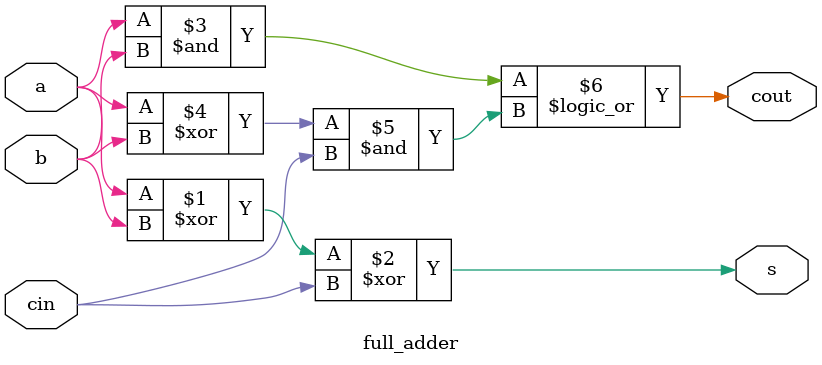
<source format=v>
module full_adder(a,b,cin,s,cout);
input a ,b,cin ;

output s,cout ;

assign s = a ^ b ^ cin; 
assign cout = a & b || ((a ^ b ) & cin );

endmodule


</source>
